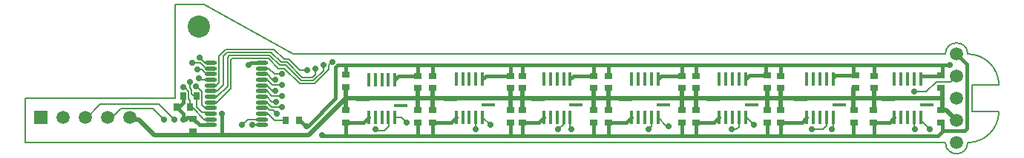
<source format=gtl>
%FSLAX23Y23*%
%MOIN*%
G70*
G01*
G75*
G04 Layer_Physical_Order=1*
G04 Layer_Color=255*
%ADD10R,0.028X0.035*%
%ADD11R,0.063X0.016*%
%ADD12R,0.014X0.063*%
%ADD13O,0.055X0.018*%
%ADD14R,0.035X0.031*%
%ADD15C,0.015*%
%ADD16C,0.020*%
%ADD17C,0.007*%
%ADD18C,0.005*%
%ADD19C,0.059*%
%ADD20C,0.100*%
%ADD21R,0.059X0.059*%
%ADD22C,0.029*%
D10*
X2395Y3900D02*
D03*
X2455D02*
D03*
X1995Y4010D02*
D03*
X1935D02*
D03*
X1965Y3960D02*
D03*
X1906D02*
D03*
D11*
X3530Y3993D02*
D03*
X3701Y3969D02*
D03*
Y4000D02*
D03*
X5276D02*
D03*
Y3969D02*
D03*
X5104Y3993D02*
D03*
X4711D02*
D03*
X4882Y3969D02*
D03*
Y4000D02*
D03*
X4488D02*
D03*
Y3969D02*
D03*
X4317Y3993D02*
D03*
X3307Y4000D02*
D03*
Y3969D02*
D03*
X3136Y3993D02*
D03*
X2742Y3993D02*
D03*
X2913Y3968D02*
D03*
Y3999D02*
D03*
X4094Y4000D02*
D03*
Y3969D02*
D03*
X3923Y3993D02*
D03*
D12*
X3556Y3914D02*
D03*
X3586D02*
D03*
X3615D02*
D03*
X3645D02*
D03*
X3674D02*
D03*
X3556Y4086D02*
D03*
X3586D02*
D03*
X3615D02*
D03*
X3645D02*
D03*
X3674D02*
D03*
X5249D02*
D03*
X5220D02*
D03*
X5190D02*
D03*
X5160D02*
D03*
X5131D02*
D03*
X5249Y3914D02*
D03*
X5220D02*
D03*
X5190D02*
D03*
X5160D02*
D03*
X5131D02*
D03*
X4737D02*
D03*
X4767D02*
D03*
X4796D02*
D03*
X4826D02*
D03*
X4855D02*
D03*
X4737Y4086D02*
D03*
X4767D02*
D03*
X4796D02*
D03*
X4826D02*
D03*
X4855D02*
D03*
X4462D02*
D03*
X4432D02*
D03*
X4403D02*
D03*
X4373D02*
D03*
X4344D02*
D03*
X4462Y3914D02*
D03*
X4432D02*
D03*
X4403D02*
D03*
X4373D02*
D03*
X4344D02*
D03*
X3281Y4086D02*
D03*
X3251D02*
D03*
X3221D02*
D03*
X3192D02*
D03*
X3162D02*
D03*
X3281Y3914D02*
D03*
X3251D02*
D03*
X3221D02*
D03*
X3192D02*
D03*
X3162D02*
D03*
X2769Y3914D02*
D03*
X2798D02*
D03*
X2828D02*
D03*
X2857D02*
D03*
X2887D02*
D03*
X2769Y4085D02*
D03*
X2798D02*
D03*
X2828D02*
D03*
X2857D02*
D03*
X2887D02*
D03*
X4068Y4086D02*
D03*
X4038D02*
D03*
X4009D02*
D03*
X3979D02*
D03*
X3950D02*
D03*
X4068Y3914D02*
D03*
X4038D02*
D03*
X4009D02*
D03*
X3979D02*
D03*
X3950D02*
D03*
D13*
X2059Y4161D02*
D03*
Y4135D02*
D03*
Y4110D02*
D03*
Y4084D02*
D03*
Y4058D02*
D03*
Y4033D02*
D03*
Y4007D02*
D03*
Y3982D02*
D03*
Y3956D02*
D03*
Y3930D02*
D03*
Y3905D02*
D03*
Y3879D02*
D03*
X2291Y4161D02*
D03*
Y4135D02*
D03*
Y4110D02*
D03*
Y4084D02*
D03*
Y4058D02*
D03*
Y4033D02*
D03*
Y4007D02*
D03*
Y3982D02*
D03*
Y3956D02*
D03*
Y3930D02*
D03*
Y3905D02*
D03*
Y3879D02*
D03*
D14*
X2665Y4108D02*
D03*
Y4052D02*
D03*
X3055Y4102D02*
D03*
Y4047D02*
D03*
X3461Y4102D02*
D03*
Y4047D02*
D03*
X3847Y4102D02*
D03*
Y4047D02*
D03*
X4238Y4102D02*
D03*
Y4047D02*
D03*
X4619Y4102D02*
D03*
Y4047D02*
D03*
X5040Y4102D02*
D03*
Y4047D02*
D03*
X2989Y4102D02*
D03*
Y4047D02*
D03*
X3405Y4102D02*
D03*
Y4047D02*
D03*
X3781Y4102D02*
D03*
Y4047D02*
D03*
X4177Y4102D02*
D03*
Y4047D02*
D03*
X4560Y4103D02*
D03*
Y4047D02*
D03*
X4955Y4103D02*
D03*
Y4047D02*
D03*
X5340Y4103D02*
D03*
Y4047D02*
D03*
X2665Y3892D02*
D03*
Y3948D02*
D03*
X3055Y3892D02*
D03*
Y3947D02*
D03*
X3461Y3892D02*
D03*
Y3947D02*
D03*
X3847Y3892D02*
D03*
Y3947D02*
D03*
X4238Y3892D02*
D03*
Y3947D02*
D03*
X4619Y3892D02*
D03*
Y3947D02*
D03*
X5035Y3892D02*
D03*
Y3948D02*
D03*
X2989Y3892D02*
D03*
Y3947D02*
D03*
X3405Y3892D02*
D03*
Y3947D02*
D03*
X3781Y3892D02*
D03*
Y3947D02*
D03*
X4177Y3892D02*
D03*
Y3947D02*
D03*
X4560Y3892D02*
D03*
Y3948D02*
D03*
X4950Y3892D02*
D03*
Y3948D02*
D03*
X5340Y3892D02*
D03*
Y3948D02*
D03*
X1980Y3908D02*
D03*
Y3852D02*
D03*
D15*
X2241Y4161D02*
X2291D01*
X2230Y4150D02*
X2241Y4161D01*
X2110Y3835D02*
Y3930D01*
X2465Y3895D02*
X2485Y3875D01*
X2631Y4149D02*
X2670D01*
X2620Y4139D02*
X2631Y4149D01*
X2620Y4000D02*
Y4139D01*
X1935Y3980D02*
Y4010D01*
X1915Y3960D02*
X1935Y3980D01*
X1906Y3960D02*
X1915D01*
X1906D02*
X1935Y3931D01*
Y3905D02*
Y3931D01*
X1980Y3908D02*
X2008Y3879D01*
X2059D01*
X1975Y3913D02*
X1980Y3908D01*
X1953Y3913D02*
X1975D01*
X1935Y3905D02*
X1945D01*
X1953Y3913D01*
X2485Y3875D02*
X2490D01*
X2495D02*
X2620Y4000D01*
X2560Y3830D02*
X2665D01*
X2665Y3830D01*
X2665Y4144D02*
X2670Y4149D01*
X2665Y4108D02*
Y4144D01*
X3847Y3830D02*
X3950D01*
X3781D02*
X3847D01*
X3461D02*
X3781D01*
X3405D02*
X3461D01*
X3055D02*
X3405D01*
X2989D02*
X3055D01*
X2665D02*
X2989D01*
X2665Y3830D02*
Y3892D01*
X2747D02*
X2769Y3914D01*
X2665Y3892D02*
X2747D01*
X2887Y4085D02*
X2904Y4102D01*
X2989D01*
X3140Y3892D02*
X3162Y3914D01*
X3055Y3892D02*
X3140D01*
X3281Y4086D02*
X3297Y4102D01*
X3405D01*
X3674Y4086D02*
X3691Y4102D01*
X3781D01*
X3534Y3892D02*
X3556Y3914D01*
X3461Y3892D02*
X3534D01*
X3927D02*
X3950Y3914D01*
X3847Y3892D02*
X3927D01*
X5108D02*
X5131Y3914D01*
X5040Y3892D02*
X5108D01*
X4715D02*
X4737Y3914D01*
X4619Y3892D02*
X4715D01*
X4321D02*
X4344Y3914D01*
X4238Y3892D02*
X4321D01*
X4553Y4103D02*
Y4148D01*
Y4103D02*
X4560D01*
X4479D02*
X4553D01*
X4462Y4086D02*
X4479Y4103D01*
X4068Y4086D02*
X4084Y4102D01*
X4177D01*
X3950Y3830D02*
X3950Y3830D01*
X4619D01*
X4560Y3835D02*
Y3892D01*
X4945Y3830D02*
X5040D01*
X4619D02*
X4945D01*
Y3897D02*
X4945Y3897D01*
X4945Y3830D02*
Y3897D01*
X2670Y4149D02*
X5039D01*
X4945Y4144D02*
X4945Y4144D01*
X4945Y4103D02*
Y4144D01*
X4859Y4096D02*
X4866Y4103D01*
X4945D01*
X5040Y3830D02*
X5326D01*
X3461D02*
Y3892D01*
X3405Y3830D02*
Y3892D01*
X3055Y3830D02*
Y3892D01*
X2989Y3830D02*
Y3892D01*
X5039Y4149D02*
X5345D01*
Y4150D01*
Y4102D02*
Y4149D01*
Y4150D02*
X5380D01*
X5455Y3865D02*
Y4155D01*
X5445Y3855D02*
X5455Y3865D01*
X5351Y3855D02*
X5445D01*
X5345Y3849D02*
X5351Y3855D01*
X5410Y4200D02*
X5455Y4155D01*
X5040Y3830D02*
Y3892D01*
X5326Y3830D02*
X5345Y3849D01*
X4619Y3830D02*
Y3892D01*
X4238Y3830D02*
Y3892D01*
X4177Y3830D02*
Y3892D01*
X3847Y3830D02*
Y3892D01*
X3781Y3830D02*
Y3892D01*
X5345Y3849D02*
Y3892D01*
X2989Y4102D02*
Y4149D01*
X3055Y4102D02*
Y4148D01*
X3405Y4102D02*
Y4148D01*
X3461Y4102D02*
Y4147D01*
X3847Y4102D02*
Y4147D01*
X3781Y4102D02*
Y4146D01*
X5250Y4102D02*
X5345D01*
X4177D02*
Y4146D01*
X4238Y4102D02*
Y4148D01*
X4619Y4102D02*
Y4149D01*
X5039Y4149D02*
X5040Y4148D01*
Y4102D02*
Y4148D01*
D16*
X1807Y3835D02*
X2110D01*
X1737Y3905D02*
X1807Y3835D01*
X2501D02*
X2665Y3999D01*
X2110Y3835D02*
X2501D01*
X1695Y3905D02*
X1737D01*
X2665Y3999D02*
X2913D01*
X2664D02*
X2665D01*
X2913D02*
X4560D01*
X2665Y3999D02*
X2665Y3999D01*
X2665Y3999D02*
Y4052D01*
X2665Y3999D02*
X2665Y3999D01*
Y3948D02*
Y3999D01*
X4560Y3999D02*
Y4047D01*
Y3948D02*
Y3999D01*
X4560Y4047D02*
X4560Y4047D01*
X4945Y3999D02*
X5040D01*
X4560D02*
X4945D01*
Y4047D01*
Y3953D02*
Y3999D01*
X5345Y3948D02*
Y3999D01*
Y3948D02*
X5362D01*
X5340D02*
X5345D01*
X5362D02*
X5410Y3900D01*
X2989Y3947D02*
Y4047D01*
X3055Y3947D02*
Y4047D01*
X3405Y3947D02*
Y4047D01*
X3461Y3947D02*
Y4047D01*
X5040Y3947D02*
X5040Y3947D01*
X5040Y3947D02*
Y3999D01*
X3781Y3947D02*
Y4047D01*
X3847Y3947D02*
Y4047D01*
X4177Y3947D02*
Y4047D01*
X4238Y3947D02*
Y4047D01*
X4619Y3947D02*
Y4047D01*
X5040Y3999D02*
X5345D01*
X5040D02*
Y4047D01*
X5345Y3999D02*
Y4047D01*
D17*
X2345Y3900D02*
X2395D01*
X2315Y3930D02*
X2345Y3900D01*
X2155Y4180D02*
X2318D01*
X2150Y4175D02*
X2155Y4180D01*
X2150Y4045D02*
Y4175D01*
X2087Y3982D02*
X2150Y4045D01*
X2135Y4055D02*
Y4185D01*
X2087Y4007D02*
X2135Y4055D01*
Y4185D02*
X2144Y4194D01*
X2324D01*
X2059Y3982D02*
X2087D01*
X2059Y4007D02*
X2087D01*
X2115Y4060D02*
Y4190D01*
X2088Y4033D02*
X2115Y4060D01*
X2059Y4033D02*
X2088D01*
X2133Y4208D02*
X2329D01*
X2127Y4222D02*
X2343D01*
X2115Y4190D02*
X2133Y4208D01*
X2097Y4192D02*
X2127Y4222D01*
X2097Y4072D02*
Y4192D01*
X2080Y4055D02*
X2097Y4072D01*
X2375Y4163D02*
X2402D01*
X2329Y4208D02*
X2375Y4163D01*
X2408Y4177D02*
X2458Y4127D01*
X2388Y4177D02*
X2408D01*
X2343Y4222D02*
X2388Y4177D01*
X2402Y4163D02*
X2470Y4095D01*
X2396Y4149D02*
X2465Y4080D01*
X2369Y4149D02*
X2396D01*
X2390Y4135D02*
X2459Y4066D01*
X2363Y4135D02*
X2390D01*
X2458Y4127D02*
X2493D01*
X2318Y4180D02*
X2363Y4135D01*
X2324Y4194D02*
X2369Y4149D01*
X2459Y4066D02*
X2526D01*
X2465Y4080D02*
X2520D01*
X2470Y4095D02*
X2515D01*
X2528Y4107D01*
Y4134D01*
X2529Y4135D01*
X2590Y4130D02*
Y4150D01*
X2526Y4066D02*
X2590Y4130D01*
X2520Y4080D02*
X2565Y4125D01*
Y4150D01*
X2529Y4135D02*
X2529Y4135D01*
X2491Y4125D02*
X2493Y4127D01*
X2336Y4060D02*
X2380D01*
X2336Y4085D02*
X2350D01*
X2345Y4110D02*
X2380D01*
X2320Y4135D02*
X2345Y4110D01*
X2335Y4035D02*
X2350D01*
X2334Y4010D02*
X2380D01*
X2312Y4033D02*
X2334Y4010D01*
X2334Y3985D02*
X2354D01*
X2333Y3960D02*
X2380D01*
X2339Y3946D02*
X2355Y3930D01*
X2322Y3946D02*
X2339D01*
X2590Y4150D02*
X2605Y4165D01*
X2011Y4084D02*
X2059D01*
X2005Y4090D02*
X2011Y4084D01*
X2034Y4161D02*
X2059D01*
X2010Y4185D02*
X2034Y4161D01*
X2014Y4160D02*
X2038Y4135D01*
X1975Y4160D02*
X2014D01*
X2038Y4135D02*
X2059D01*
X2038Y4110D02*
X2059D01*
X2018Y4130D02*
X2038Y4110D01*
X2000Y4130D02*
X2018D01*
X2291Y4135D02*
X2320D01*
X2312Y4084D02*
X2336Y4060D01*
X2312Y3982D02*
X2333Y3960D01*
X2312Y4007D02*
X2334Y3985D01*
X2312Y4058D02*
X2335Y4035D01*
X2312Y3956D02*
X2322Y3946D01*
X2312Y4110D02*
X2336Y4085D01*
X2291Y4110D02*
X2312D01*
X2291Y4084D02*
X2312D01*
X2291Y4058D02*
X2312D01*
X2291Y4033D02*
X2312D01*
X2291Y4007D02*
X2312D01*
X2291Y3982D02*
X2312D01*
X2291Y3956D02*
X2312D01*
X2291Y3930D02*
X2315D01*
X2291Y4110D02*
X2291Y4110D01*
X1991Y4060D02*
X2019Y4032D01*
X2031Y3905D02*
X2059D01*
X1978Y3958D02*
X2031Y3905D01*
X1965Y3958D02*
X1978D01*
X1965Y3960D02*
X1966Y3961D01*
Y3992D01*
X2019Y3971D02*
Y4032D01*
X1990Y4060D02*
X1991D01*
X1960Y3998D02*
Y4032D01*
X1942Y4050D02*
X1960Y4032D01*
X1935Y4050D02*
X1942D01*
X1960Y3998D02*
X1966Y3992D01*
X1990Y4060D02*
X1994Y4056D01*
Y4053D02*
Y4056D01*
X1974Y4021D02*
X1980Y4015D01*
X1974Y4021D02*
Y4038D01*
X1965Y4047D02*
X1974Y4038D01*
X1995Y4010D02*
Y4015D01*
X1980D02*
X1995D01*
X1965Y4047D02*
Y4075D01*
X2019Y3971D02*
X2034Y3956D01*
X2059D01*
X1995Y3961D02*
X2019Y3937D01*
X1995Y3961D02*
Y4010D01*
X2019Y3937D02*
X2053D01*
X1965Y3958D02*
Y3960D01*
X2225Y3905D02*
X2291D01*
X2200Y3880D02*
X2225Y3905D01*
X2291Y3905D02*
Y3905D01*
X2245Y3880D02*
X2290D01*
X2291Y3879D01*
X2053Y3937D02*
X2059Y3930D01*
X1800Y3955D02*
X1850Y3905D01*
X1655Y3955D02*
X1800D01*
X1826Y3974D02*
X1895Y3905D01*
X1564Y3974D02*
X1826D01*
X1595Y3895D02*
X1655Y3955D01*
X1495Y3905D02*
X1564Y3974D01*
X2840Y3855D02*
X2860Y3875D01*
Y3911D01*
X2805Y3855D02*
X2840D01*
X2857Y3914D02*
X2860Y3911D01*
X2800Y3860D02*
X2805Y3855D01*
X2887Y3914D02*
X2917D01*
X2940Y3890D01*
X3251Y3861D02*
Y3914D01*
X3281D02*
X3315Y3880D01*
X3674Y3866D02*
Y3914D01*
Y3866D02*
X3680Y3860D01*
X3645Y3885D02*
Y3914D01*
X3620Y3860D02*
X3645Y3885D01*
X4038Y3873D02*
Y3914D01*
X4025Y3860D02*
X4038Y3873D01*
X4068Y3914D02*
X4107Y3875D01*
X4115D01*
X4462Y3914D02*
X4466D01*
X4500Y3880D01*
X4432Y3872D02*
Y3914D01*
X4420Y3860D02*
X4432Y3872D01*
X4400Y3860D02*
X4420D01*
X4855Y3865D02*
Y3914D01*
X4850Y3860D02*
X4855Y3865D01*
X4826Y3876D02*
Y3914D01*
X4810Y3860D02*
X4826Y3876D01*
X4760Y3860D02*
X4810D01*
X5384Y4074D02*
X5410Y4100D01*
X5318Y4074D02*
X5384D01*
X5274Y4030D02*
X5318Y4074D01*
X5220Y4030D02*
X5274D01*
X5219Y4031D02*
X5220Y4030D01*
X5250Y3899D02*
X5289Y3859D01*
X5250Y3899D02*
Y3914D01*
X5220Y3864D02*
X5224Y3859D01*
X5220Y3864D02*
Y3914D01*
D18*
X5460Y4200D02*
G03*
X5360Y4200I-50J0D01*
G01*
X5600Y4060D02*
G03*
X5460Y4200I-140J0D01*
G01*
X5360Y3800D02*
G03*
X5460Y3800I50J0D01*
G01*
D02*
G03*
X5600Y3940I0J140D01*
G01*
X1900Y4000D02*
Y4425D01*
X2430Y4200D02*
X5360D01*
X5480Y4060D02*
X5600D01*
X1225Y4000D02*
X1900D01*
X2030Y4425D02*
X2430Y4200D01*
X5480Y3940D02*
X5600D01*
X1225Y3800D02*
Y4000D01*
X1900Y4425D02*
X2030D01*
X5480Y3940D02*
Y4060D01*
X1225Y3800D02*
X5360D01*
D19*
X5410Y4200D02*
D03*
Y4100D02*
D03*
Y4000D02*
D03*
Y3900D02*
D03*
Y3800D02*
D03*
X1395Y3915D02*
D03*
X1495D02*
D03*
X1595D02*
D03*
X1695D02*
D03*
D20*
X2005Y4325D02*
D03*
D21*
X1295Y3915D02*
D03*
D22*
X2230Y4150D02*
D03*
X2529Y4135D02*
D03*
X2565Y4150D02*
D03*
X2605Y4165D02*
D03*
X2493Y4127D02*
D03*
X2380Y4060D02*
D03*
X2350Y4085D02*
D03*
Y4035D02*
D03*
X2354Y3985D02*
D03*
X2380Y4010D02*
D03*
Y3960D02*
D03*
X2355Y3930D02*
D03*
X2005Y4090D02*
D03*
X2000Y4130D02*
D03*
X1975Y4160D02*
D03*
X2010Y4185D02*
D03*
X2380Y4110D02*
D03*
X2110Y3930D02*
D03*
X1994Y4053D02*
D03*
X1965Y4075D02*
D03*
X1935Y4050D02*
D03*
X2200Y3880D02*
D03*
X2245D02*
D03*
X1935Y3905D02*
D03*
X1850D02*
D03*
X1895D02*
D03*
X2800Y3860D02*
D03*
X2560Y3835D02*
D03*
X2490Y3875D02*
D03*
X2940Y3890D02*
D03*
X3251Y3861D02*
D03*
X3315Y3880D02*
D03*
X3680Y3860D02*
D03*
X3620D02*
D03*
X4025D02*
D03*
X4115Y3875D02*
D03*
X4500Y3880D02*
D03*
X4400Y3860D02*
D03*
X4850D02*
D03*
X5380Y4150D02*
D03*
X5219Y4031D02*
D03*
X4760Y3860D02*
D03*
X5289Y3859D02*
D03*
X5224D02*
D03*
M02*

</source>
